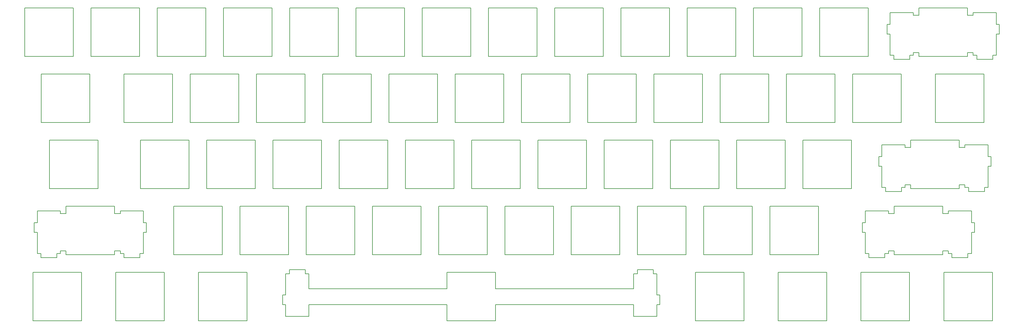
<source format=gbr>
G04 (created by PCBNEW-RS274X (2012-04-29 BZR 3537)-testing) date Sat 07 Jul 2012 01:31:47 PM CEST*
G01*
G70*
G90*
%MOIN*%
G04 Gerber Fmt 3.4, Leading zero omitted, Abs format*
%FSLAX34Y34*%
G04 APERTURE LIST*
%ADD10C,0.006000*%
G04 APERTURE END LIST*
G54D10*
X118500Y-17250D02*
X124000Y-17250D01*
X124000Y-17250D02*
X124000Y-18080D01*
X124000Y-18080D02*
X124640Y-18080D01*
X124640Y-18080D02*
X124640Y-17760D01*
X124640Y-17760D02*
X127260Y-17760D01*
X127260Y-17760D02*
X127260Y-19100D01*
X127260Y-19100D02*
X127600Y-19100D01*
X127600Y-19100D02*
X127600Y-20200D01*
X127600Y-20200D02*
X127260Y-20200D01*
X127260Y-20200D02*
X127260Y-22600D01*
X127260Y-22600D02*
X126850Y-22600D01*
X126850Y-22600D02*
X126850Y-23060D01*
X126850Y-23060D02*
X125050Y-23060D01*
X125050Y-23060D02*
X125050Y-22600D01*
X125050Y-22600D02*
X124640Y-22600D01*
X124640Y-22600D02*
X124640Y-22290D01*
X124640Y-22290D02*
X124000Y-22290D01*
X124000Y-22290D02*
X124000Y-22750D01*
X124000Y-22750D02*
X118500Y-22750D01*
X118500Y-22750D02*
X118500Y-22290D01*
X118500Y-22290D02*
X117860Y-22290D01*
X117860Y-22290D02*
X117860Y-22600D01*
X117860Y-22600D02*
X117450Y-22600D01*
X117450Y-22600D02*
X117450Y-23060D01*
X117450Y-23060D02*
X115650Y-23060D01*
X115650Y-23060D02*
X115650Y-22600D01*
X115650Y-22600D02*
X115240Y-22600D01*
X115240Y-22600D02*
X115240Y-20200D01*
X115240Y-20200D02*
X114900Y-20200D01*
X114900Y-20200D02*
X114900Y-19100D01*
X114900Y-19100D02*
X115240Y-19100D01*
X115240Y-19100D02*
X115240Y-17760D01*
X115240Y-17760D02*
X117860Y-17760D01*
X117860Y-17760D02*
X117860Y-18080D01*
X117860Y-18080D02*
X118500Y-18080D01*
X118500Y-18080D02*
X118500Y-17250D01*
X107250Y-17250D02*
X112750Y-17250D01*
X112750Y-17250D02*
X112750Y-22750D01*
X112750Y-22750D02*
X107250Y-22750D01*
X107250Y-22750D02*
X107250Y-17250D01*
X99750Y-17250D02*
X105250Y-17250D01*
X105250Y-17250D02*
X105250Y-22750D01*
X105250Y-22750D02*
X99750Y-22750D01*
X99750Y-22750D02*
X99750Y-17250D01*
X92250Y-17250D02*
X97750Y-17250D01*
X97750Y-17250D02*
X97750Y-22750D01*
X97750Y-22750D02*
X92250Y-22750D01*
X92250Y-22750D02*
X92250Y-17250D01*
X84750Y-17250D02*
X90250Y-17250D01*
X90250Y-17250D02*
X90250Y-22750D01*
X90250Y-22750D02*
X84750Y-22750D01*
X84750Y-22750D02*
X84750Y-17250D01*
X77250Y-17250D02*
X82750Y-17250D01*
X82750Y-17250D02*
X82750Y-22750D01*
X82750Y-22750D02*
X77250Y-22750D01*
X77250Y-22750D02*
X77250Y-17250D01*
X69750Y-17250D02*
X75250Y-17250D01*
X75250Y-17250D02*
X75250Y-22750D01*
X75250Y-22750D02*
X69750Y-22750D01*
X69750Y-22750D02*
X69750Y-17250D01*
X62250Y-17250D02*
X67750Y-17250D01*
X67750Y-17250D02*
X67750Y-22750D01*
X67750Y-22750D02*
X62250Y-22750D01*
X62250Y-22750D02*
X62250Y-17250D01*
X54750Y-17250D02*
X60250Y-17250D01*
X60250Y-17250D02*
X60250Y-22750D01*
X60250Y-22750D02*
X54750Y-22750D01*
X54750Y-22750D02*
X54750Y-17250D01*
X47250Y-17250D02*
X52750Y-17250D01*
X52750Y-17250D02*
X52750Y-22750D01*
X52750Y-22750D02*
X47250Y-22750D01*
X47250Y-22750D02*
X47250Y-17250D01*
X39750Y-17250D02*
X45250Y-17250D01*
X45250Y-17250D02*
X45250Y-22750D01*
X45250Y-22750D02*
X39750Y-22750D01*
X39750Y-22750D02*
X39750Y-17250D01*
X32250Y-17250D02*
X37750Y-17250D01*
X37750Y-17250D02*
X37750Y-22750D01*
X37750Y-22750D02*
X32250Y-22750D01*
X32250Y-22750D02*
X32250Y-17250D01*
X24750Y-17250D02*
X30250Y-17250D01*
X30250Y-17250D02*
X30250Y-22750D01*
X30250Y-22750D02*
X24750Y-22750D01*
X24750Y-22750D02*
X24750Y-17250D01*
X17250Y-17250D02*
X22750Y-17250D01*
X22750Y-17250D02*
X22750Y-22750D01*
X22750Y-22750D02*
X17250Y-22750D01*
X17250Y-22750D02*
X17250Y-17250D01*
X120375Y-24750D02*
X125875Y-24750D01*
X125875Y-24750D02*
X125875Y-30250D01*
X125875Y-30250D02*
X120375Y-30250D01*
X120375Y-30250D02*
X120375Y-24750D01*
X111000Y-24750D02*
X116500Y-24750D01*
X116500Y-24750D02*
X116500Y-30250D01*
X116500Y-30250D02*
X111000Y-30250D01*
X111000Y-30250D02*
X111000Y-24750D01*
X103500Y-24750D02*
X109000Y-24750D01*
X109000Y-24750D02*
X109000Y-30250D01*
X109000Y-30250D02*
X103500Y-30250D01*
X103500Y-30250D02*
X103500Y-24750D01*
X96000Y-24750D02*
X101500Y-24750D01*
X101500Y-24750D02*
X101500Y-30250D01*
X101500Y-30250D02*
X96000Y-30250D01*
X96000Y-30250D02*
X96000Y-24750D01*
X88500Y-24750D02*
X94000Y-24750D01*
X94000Y-24750D02*
X94000Y-30250D01*
X94000Y-30250D02*
X88500Y-30250D01*
X88500Y-30250D02*
X88500Y-24750D01*
X81000Y-24750D02*
X86500Y-24750D01*
X86500Y-24750D02*
X86500Y-30250D01*
X86500Y-30250D02*
X81000Y-30250D01*
X81000Y-30250D02*
X81000Y-24750D01*
X73500Y-24750D02*
X79000Y-24750D01*
X79000Y-24750D02*
X79000Y-30250D01*
X79000Y-30250D02*
X73500Y-30250D01*
X73500Y-30250D02*
X73500Y-24750D01*
X66000Y-24750D02*
X71500Y-24750D01*
X71500Y-24750D02*
X71500Y-30250D01*
X71500Y-30250D02*
X66000Y-30250D01*
X66000Y-30250D02*
X66000Y-24750D01*
X58500Y-24750D02*
X64000Y-24750D01*
X64000Y-24750D02*
X64000Y-30250D01*
X64000Y-30250D02*
X58500Y-30250D01*
X58500Y-30250D02*
X58500Y-24750D01*
X51000Y-24750D02*
X56500Y-24750D01*
X56500Y-24750D02*
X56500Y-30250D01*
X56500Y-30250D02*
X51000Y-30250D01*
X51000Y-30250D02*
X51000Y-24750D01*
X43500Y-24750D02*
X49000Y-24750D01*
X49000Y-24750D02*
X49000Y-30250D01*
X49000Y-30250D02*
X43500Y-30250D01*
X43500Y-30250D02*
X43500Y-24750D01*
X36000Y-24750D02*
X41500Y-24750D01*
X41500Y-24750D02*
X41500Y-30250D01*
X41500Y-30250D02*
X36000Y-30250D01*
X36000Y-30250D02*
X36000Y-24750D01*
X28500Y-24750D02*
X34000Y-24750D01*
X34000Y-24750D02*
X34000Y-30250D01*
X34000Y-30250D02*
X28500Y-30250D01*
X28500Y-30250D02*
X28500Y-24750D01*
X19125Y-24750D02*
X24625Y-24750D01*
X24625Y-24750D02*
X24625Y-30250D01*
X24625Y-30250D02*
X19125Y-30250D01*
X19125Y-30250D02*
X19125Y-24750D01*
X117563Y-32250D02*
X123063Y-32250D01*
X123063Y-32250D02*
X123063Y-33080D01*
X123063Y-33080D02*
X123703Y-33080D01*
X123703Y-33080D02*
X123703Y-32760D01*
X123703Y-32760D02*
X126323Y-32760D01*
X126323Y-32760D02*
X126323Y-34100D01*
X126323Y-34100D02*
X126663Y-34100D01*
X126663Y-34100D02*
X126663Y-35200D01*
X126663Y-35200D02*
X126323Y-35200D01*
X126323Y-35200D02*
X126323Y-37600D01*
X126323Y-37600D02*
X125913Y-37600D01*
X125913Y-37600D02*
X125913Y-38060D01*
X125913Y-38060D02*
X124113Y-38060D01*
X124113Y-38060D02*
X124113Y-37600D01*
X124113Y-37600D02*
X123703Y-37600D01*
X123703Y-37600D02*
X123703Y-37290D01*
X123703Y-37290D02*
X123063Y-37290D01*
X123063Y-37290D02*
X123063Y-37750D01*
X123063Y-37750D02*
X117563Y-37750D01*
X117563Y-37750D02*
X117563Y-37290D01*
X117563Y-37290D02*
X116923Y-37290D01*
X116923Y-37290D02*
X116923Y-37600D01*
X116923Y-37600D02*
X116513Y-37600D01*
X116513Y-37600D02*
X116513Y-38060D01*
X116513Y-38060D02*
X114713Y-38060D01*
X114713Y-38060D02*
X114713Y-37600D01*
X114713Y-37600D02*
X114303Y-37600D01*
X114303Y-37600D02*
X114303Y-35200D01*
X114303Y-35200D02*
X113963Y-35200D01*
X113963Y-35200D02*
X113963Y-34100D01*
X113963Y-34100D02*
X114303Y-34100D01*
X114303Y-34100D02*
X114303Y-32760D01*
X114303Y-32760D02*
X116923Y-32760D01*
X116923Y-32760D02*
X116923Y-33080D01*
X116923Y-33080D02*
X117563Y-33080D01*
X117563Y-33080D02*
X117563Y-32250D01*
X105375Y-32250D02*
X110875Y-32250D01*
X110875Y-32250D02*
X110875Y-37750D01*
X110875Y-37750D02*
X105375Y-37750D01*
X105375Y-37750D02*
X105375Y-32250D01*
X97875Y-32250D02*
X103375Y-32250D01*
X103375Y-32250D02*
X103375Y-37750D01*
X103375Y-37750D02*
X97875Y-37750D01*
X97875Y-37750D02*
X97875Y-32250D01*
X90375Y-32250D02*
X95875Y-32250D01*
X95875Y-32250D02*
X95875Y-37750D01*
X95875Y-37750D02*
X90375Y-37750D01*
X90375Y-37750D02*
X90375Y-32250D01*
X82875Y-32250D02*
X88375Y-32250D01*
X88375Y-32250D02*
X88375Y-37750D01*
X88375Y-37750D02*
X82875Y-37750D01*
X82875Y-37750D02*
X82875Y-32250D01*
X75375Y-32250D02*
X80875Y-32250D01*
X80875Y-32250D02*
X80875Y-37750D01*
X80875Y-37750D02*
X75375Y-37750D01*
X75375Y-37750D02*
X75375Y-32250D01*
X67875Y-32250D02*
X73375Y-32250D01*
X73375Y-32250D02*
X73375Y-37750D01*
X73375Y-37750D02*
X67875Y-37750D01*
X67875Y-37750D02*
X67875Y-32250D01*
X60375Y-32250D02*
X65875Y-32250D01*
X65875Y-32250D02*
X65875Y-37750D01*
X65875Y-37750D02*
X60375Y-37750D01*
X60375Y-37750D02*
X60375Y-32250D01*
X52875Y-32250D02*
X58375Y-32250D01*
X58375Y-32250D02*
X58375Y-37750D01*
X58375Y-37750D02*
X52875Y-37750D01*
X52875Y-37750D02*
X52875Y-32250D01*
X45375Y-32250D02*
X50875Y-32250D01*
X50875Y-32250D02*
X50875Y-37750D01*
X50875Y-37750D02*
X45375Y-37750D01*
X45375Y-37750D02*
X45375Y-32250D01*
X37875Y-32250D02*
X43375Y-32250D01*
X43375Y-32250D02*
X43375Y-37750D01*
X43375Y-37750D02*
X37875Y-37750D01*
X37875Y-37750D02*
X37875Y-32250D01*
X30375Y-32250D02*
X35875Y-32250D01*
X35875Y-32250D02*
X35875Y-37750D01*
X35875Y-37750D02*
X30375Y-37750D01*
X30375Y-37750D02*
X30375Y-32250D01*
X20063Y-32250D02*
X25563Y-32250D01*
X25563Y-32250D02*
X25563Y-37750D01*
X25563Y-37750D02*
X20063Y-37750D01*
X20063Y-37750D02*
X20063Y-32250D01*
X115688Y-39750D02*
X121188Y-39750D01*
X121188Y-39750D02*
X121188Y-40580D01*
X121188Y-40580D02*
X121828Y-40580D01*
X121828Y-40580D02*
X121828Y-40260D01*
X121828Y-40260D02*
X124448Y-40260D01*
X124448Y-40260D02*
X124448Y-41600D01*
X124448Y-41600D02*
X124788Y-41600D01*
X124788Y-41600D02*
X124788Y-42700D01*
X124788Y-42700D02*
X124448Y-42700D01*
X124448Y-42700D02*
X124448Y-45100D01*
X124448Y-45100D02*
X124038Y-45100D01*
X124038Y-45100D02*
X124038Y-45560D01*
X124038Y-45560D02*
X122238Y-45560D01*
X122238Y-45560D02*
X122238Y-45100D01*
X122238Y-45100D02*
X121828Y-45100D01*
X121828Y-45100D02*
X121828Y-44790D01*
X121828Y-44790D02*
X121188Y-44790D01*
X121188Y-44790D02*
X121188Y-45250D01*
X121188Y-45250D02*
X115688Y-45250D01*
X115688Y-45250D02*
X115688Y-44790D01*
X115688Y-44790D02*
X115048Y-44790D01*
X115048Y-44790D02*
X115048Y-45100D01*
X115048Y-45100D02*
X114638Y-45100D01*
X114638Y-45100D02*
X114638Y-45560D01*
X114638Y-45560D02*
X112838Y-45560D01*
X112838Y-45560D02*
X112838Y-45100D01*
X112838Y-45100D02*
X112428Y-45100D01*
X112428Y-45100D02*
X112428Y-42700D01*
X112428Y-42700D02*
X112088Y-42700D01*
X112088Y-42700D02*
X112088Y-41600D01*
X112088Y-41600D02*
X112428Y-41600D01*
X112428Y-41600D02*
X112428Y-40260D01*
X112428Y-40260D02*
X115048Y-40260D01*
X115048Y-40260D02*
X115048Y-40580D01*
X115048Y-40580D02*
X115688Y-40580D01*
X115688Y-40580D02*
X115688Y-39750D01*
X101625Y-39750D02*
X107125Y-39750D01*
X107125Y-39750D02*
X107125Y-45250D01*
X107125Y-45250D02*
X101625Y-45250D01*
X101625Y-45250D02*
X101625Y-39750D01*
X94125Y-39750D02*
X99625Y-39750D01*
X99625Y-39750D02*
X99625Y-45250D01*
X99625Y-45250D02*
X94125Y-45250D01*
X94125Y-45250D02*
X94125Y-39750D01*
X86625Y-39750D02*
X92125Y-39750D01*
X92125Y-39750D02*
X92125Y-45250D01*
X92125Y-45250D02*
X86625Y-45250D01*
X86625Y-45250D02*
X86625Y-39750D01*
X79125Y-39750D02*
X84625Y-39750D01*
X84625Y-39750D02*
X84625Y-45250D01*
X84625Y-45250D02*
X79125Y-45250D01*
X79125Y-45250D02*
X79125Y-39750D01*
X71625Y-39750D02*
X77125Y-39750D01*
X77125Y-39750D02*
X77125Y-45250D01*
X77125Y-45250D02*
X71625Y-45250D01*
X71625Y-45250D02*
X71625Y-39750D01*
X64125Y-39750D02*
X69625Y-39750D01*
X69625Y-39750D02*
X69625Y-45250D01*
X69625Y-45250D02*
X64125Y-45250D01*
X64125Y-45250D02*
X64125Y-39750D01*
X56625Y-39750D02*
X62125Y-39750D01*
X62125Y-39750D02*
X62125Y-45250D01*
X62125Y-45250D02*
X56625Y-45250D01*
X56625Y-45250D02*
X56625Y-39750D01*
X49125Y-39750D02*
X54625Y-39750D01*
X54625Y-39750D02*
X54625Y-45250D01*
X54625Y-45250D02*
X49125Y-45250D01*
X49125Y-45250D02*
X49125Y-39750D01*
X41625Y-39750D02*
X47125Y-39750D01*
X47125Y-39750D02*
X47125Y-45250D01*
X47125Y-45250D02*
X41625Y-45250D01*
X41625Y-45250D02*
X41625Y-39750D01*
X34125Y-39750D02*
X39625Y-39750D01*
X39625Y-39750D02*
X39625Y-45250D01*
X39625Y-45250D02*
X34125Y-45250D01*
X34125Y-45250D02*
X34125Y-39750D01*
X21938Y-39750D02*
X27438Y-39750D01*
X27438Y-39750D02*
X27438Y-40580D01*
X27438Y-40580D02*
X28078Y-40580D01*
X28078Y-40580D02*
X28078Y-40260D01*
X28078Y-40260D02*
X30698Y-40260D01*
X30698Y-40260D02*
X30698Y-41600D01*
X30698Y-41600D02*
X31038Y-41600D01*
X31038Y-41600D02*
X31038Y-42700D01*
X31038Y-42700D02*
X30698Y-42700D01*
X30698Y-42700D02*
X30698Y-45100D01*
X30698Y-45100D02*
X30288Y-45100D01*
X30288Y-45100D02*
X30288Y-45560D01*
X30288Y-45560D02*
X28488Y-45560D01*
X28488Y-45560D02*
X28488Y-45100D01*
X28488Y-45100D02*
X28078Y-45100D01*
X28078Y-45100D02*
X28078Y-44790D01*
X28078Y-44790D02*
X27438Y-44790D01*
X27438Y-44790D02*
X27438Y-45250D01*
X27438Y-45250D02*
X21938Y-45250D01*
X21938Y-45250D02*
X21938Y-44790D01*
X21938Y-44790D02*
X21298Y-44790D01*
X21298Y-44790D02*
X21298Y-45100D01*
X21298Y-45100D02*
X20888Y-45100D01*
X20888Y-45100D02*
X20888Y-45560D01*
X20888Y-45560D02*
X19088Y-45560D01*
X19088Y-45560D02*
X19088Y-45100D01*
X19088Y-45100D02*
X18678Y-45100D01*
X18678Y-45100D02*
X18678Y-42700D01*
X18678Y-42700D02*
X18338Y-42700D01*
X18338Y-42700D02*
X18338Y-41600D01*
X18338Y-41600D02*
X18678Y-41600D01*
X18678Y-41600D02*
X18678Y-40260D01*
X18678Y-40260D02*
X21298Y-40260D01*
X21298Y-40260D02*
X21298Y-40580D01*
X21298Y-40580D02*
X21938Y-40580D01*
X21938Y-40580D02*
X21938Y-39750D01*
X121313Y-47250D02*
X126813Y-47250D01*
X126813Y-47250D02*
X126813Y-52750D01*
X126813Y-52750D02*
X121313Y-52750D01*
X121313Y-52750D02*
X121313Y-47250D01*
X111938Y-47250D02*
X117438Y-47250D01*
X117438Y-47250D02*
X117438Y-52750D01*
X117438Y-52750D02*
X111938Y-52750D01*
X111938Y-52750D02*
X111938Y-47250D01*
X102563Y-47250D02*
X108063Y-47250D01*
X108063Y-47250D02*
X108063Y-52750D01*
X108063Y-52750D02*
X102563Y-52750D01*
X102563Y-52750D02*
X102563Y-47250D01*
X93188Y-47250D02*
X98688Y-47250D01*
X98688Y-47250D02*
X98688Y-52750D01*
X98688Y-52750D02*
X93188Y-52750D01*
X93188Y-52750D02*
X93188Y-47250D01*
X70563Y-52750D02*
X65063Y-52750D01*
X65063Y-52750D02*
X65063Y-50900D01*
X65063Y-50900D02*
X49423Y-50900D01*
X49423Y-50900D02*
X49423Y-52240D01*
X49423Y-52240D02*
X46803Y-52240D01*
X46803Y-52240D02*
X46803Y-50900D01*
X46803Y-50900D02*
X46463Y-50900D01*
X46463Y-50900D02*
X46463Y-49800D01*
X46463Y-49800D02*
X46803Y-49800D01*
X46803Y-49800D02*
X46803Y-47400D01*
X46803Y-47400D02*
X47213Y-47400D01*
X47213Y-47400D02*
X47213Y-46940D01*
X47213Y-46940D02*
X49013Y-46940D01*
X49013Y-46940D02*
X49013Y-47400D01*
X49013Y-47400D02*
X49423Y-47400D01*
X49423Y-47400D02*
X49423Y-49100D01*
X49423Y-49100D02*
X65063Y-49100D01*
X65063Y-49100D02*
X65063Y-47250D01*
X65063Y-47250D02*
X70563Y-47250D01*
X70563Y-47250D02*
X70563Y-49100D01*
X70563Y-49100D02*
X86203Y-49100D01*
X86203Y-49100D02*
X86203Y-47400D01*
X86203Y-47400D02*
X86613Y-47400D01*
X86613Y-47400D02*
X86613Y-46940D01*
X86613Y-46940D02*
X88413Y-46940D01*
X88413Y-46940D02*
X88413Y-47400D01*
X88413Y-47400D02*
X88823Y-47400D01*
X88823Y-47400D02*
X88823Y-49800D01*
X88823Y-49800D02*
X89163Y-49800D01*
X89163Y-49800D02*
X89163Y-50900D01*
X89163Y-50900D02*
X88823Y-50900D01*
X88823Y-50900D02*
X88823Y-52240D01*
X88823Y-52240D02*
X86203Y-52240D01*
X86203Y-52240D02*
X86203Y-50900D01*
X86203Y-50900D02*
X70563Y-50900D01*
X70563Y-50900D02*
X70563Y-52750D01*
X36938Y-47250D02*
X42438Y-47250D01*
X42438Y-47250D02*
X42438Y-52750D01*
X42438Y-52750D02*
X36938Y-52750D01*
X36938Y-52750D02*
X36938Y-47250D01*
X27563Y-47250D02*
X33063Y-47250D01*
X33063Y-47250D02*
X33063Y-52750D01*
X33063Y-52750D02*
X27563Y-52750D01*
X27563Y-52750D02*
X27563Y-47250D01*
X18188Y-47250D02*
X23688Y-47250D01*
X23688Y-47250D02*
X23688Y-52750D01*
X23688Y-52750D02*
X18188Y-52750D01*
X18188Y-52750D02*
X18188Y-47250D01*
M02*

</source>
